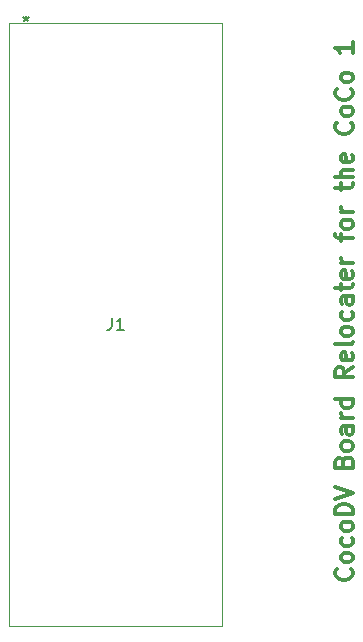
<source format=gto>
G04 #@! TF.GenerationSoftware,KiCad,Pcbnew,(5.1.10)-1*
G04 #@! TF.CreationDate,2022-12-28T22:20:52-05:00*
G04 #@! TF.ProjectId,CocoDvRelocator,436f636f-4476-4526-956c-6f6361746f72,rev?*
G04 #@! TF.SameCoordinates,Original*
G04 #@! TF.FileFunction,Legend,Top*
G04 #@! TF.FilePolarity,Positive*
%FSLAX46Y46*%
G04 Gerber Fmt 4.6, Leading zero omitted, Abs format (unit mm)*
G04 Created by KiCad (PCBNEW (5.1.10)-1) date 2022-12-28 22:20:52*
%MOMM*%
%LPD*%
G01*
G04 APERTURE LIST*
%ADD10C,0.300000*%
%ADD11C,0.120000*%
%ADD12C,0.150000*%
G04 APERTURE END LIST*
D10*
X107535714Y-84821428D02*
X107607142Y-84892857D01*
X107678571Y-85107142D01*
X107678571Y-85250000D01*
X107607142Y-85464285D01*
X107464285Y-85607142D01*
X107321428Y-85678571D01*
X107035714Y-85750000D01*
X106821428Y-85750000D01*
X106535714Y-85678571D01*
X106392857Y-85607142D01*
X106250000Y-85464285D01*
X106178571Y-85250000D01*
X106178571Y-85107142D01*
X106250000Y-84892857D01*
X106321428Y-84821428D01*
X107678571Y-83964285D02*
X107607142Y-84107142D01*
X107535714Y-84178571D01*
X107392857Y-84250000D01*
X106964285Y-84250000D01*
X106821428Y-84178571D01*
X106750000Y-84107142D01*
X106678571Y-83964285D01*
X106678571Y-83750000D01*
X106750000Y-83607142D01*
X106821428Y-83535714D01*
X106964285Y-83464285D01*
X107392857Y-83464285D01*
X107535714Y-83535714D01*
X107607142Y-83607142D01*
X107678571Y-83750000D01*
X107678571Y-83964285D01*
X107607142Y-82178571D02*
X107678571Y-82321428D01*
X107678571Y-82607142D01*
X107607142Y-82750000D01*
X107535714Y-82821428D01*
X107392857Y-82892857D01*
X106964285Y-82892857D01*
X106821428Y-82821428D01*
X106750000Y-82750000D01*
X106678571Y-82607142D01*
X106678571Y-82321428D01*
X106750000Y-82178571D01*
X107678571Y-81321428D02*
X107607142Y-81464285D01*
X107535714Y-81535714D01*
X107392857Y-81607142D01*
X106964285Y-81607142D01*
X106821428Y-81535714D01*
X106750000Y-81464285D01*
X106678571Y-81321428D01*
X106678571Y-81107142D01*
X106750000Y-80964285D01*
X106821428Y-80892857D01*
X106964285Y-80821428D01*
X107392857Y-80821428D01*
X107535714Y-80892857D01*
X107607142Y-80964285D01*
X107678571Y-81107142D01*
X107678571Y-81321428D01*
X107678571Y-80178571D02*
X106178571Y-80178571D01*
X106178571Y-79821428D01*
X106250000Y-79607142D01*
X106392857Y-79464285D01*
X106535714Y-79392857D01*
X106821428Y-79321428D01*
X107035714Y-79321428D01*
X107321428Y-79392857D01*
X107464285Y-79464285D01*
X107607142Y-79607142D01*
X107678571Y-79821428D01*
X107678571Y-80178571D01*
X106178571Y-78892857D02*
X107678571Y-78392857D01*
X106178571Y-77892857D01*
X106892857Y-75750000D02*
X106964285Y-75535714D01*
X107035714Y-75464285D01*
X107178571Y-75392857D01*
X107392857Y-75392857D01*
X107535714Y-75464285D01*
X107607142Y-75535714D01*
X107678571Y-75678571D01*
X107678571Y-76250000D01*
X106178571Y-76250000D01*
X106178571Y-75750000D01*
X106250000Y-75607142D01*
X106321428Y-75535714D01*
X106464285Y-75464285D01*
X106607142Y-75464285D01*
X106750000Y-75535714D01*
X106821428Y-75607142D01*
X106892857Y-75750000D01*
X106892857Y-76250000D01*
X107678571Y-74535714D02*
X107607142Y-74678571D01*
X107535714Y-74750000D01*
X107392857Y-74821428D01*
X106964285Y-74821428D01*
X106821428Y-74750000D01*
X106750000Y-74678571D01*
X106678571Y-74535714D01*
X106678571Y-74321428D01*
X106750000Y-74178571D01*
X106821428Y-74107142D01*
X106964285Y-74035714D01*
X107392857Y-74035714D01*
X107535714Y-74107142D01*
X107607142Y-74178571D01*
X107678571Y-74321428D01*
X107678571Y-74535714D01*
X107678571Y-72750000D02*
X106892857Y-72750000D01*
X106750000Y-72821428D01*
X106678571Y-72964285D01*
X106678571Y-73250000D01*
X106750000Y-73392857D01*
X107607142Y-72750000D02*
X107678571Y-72892857D01*
X107678571Y-73250000D01*
X107607142Y-73392857D01*
X107464285Y-73464285D01*
X107321428Y-73464285D01*
X107178571Y-73392857D01*
X107107142Y-73250000D01*
X107107142Y-72892857D01*
X107035714Y-72750000D01*
X107678571Y-72035714D02*
X106678571Y-72035714D01*
X106964285Y-72035714D02*
X106821428Y-71964285D01*
X106750000Y-71892857D01*
X106678571Y-71750000D01*
X106678571Y-71607142D01*
X107678571Y-70464285D02*
X106178571Y-70464285D01*
X107607142Y-70464285D02*
X107678571Y-70607142D01*
X107678571Y-70892857D01*
X107607142Y-71035714D01*
X107535714Y-71107142D01*
X107392857Y-71178571D01*
X106964285Y-71178571D01*
X106821428Y-71107142D01*
X106750000Y-71035714D01*
X106678571Y-70892857D01*
X106678571Y-70607142D01*
X106750000Y-70464285D01*
X107678571Y-67750000D02*
X106964285Y-68250000D01*
X107678571Y-68607142D02*
X106178571Y-68607142D01*
X106178571Y-68035714D01*
X106250000Y-67892857D01*
X106321428Y-67821428D01*
X106464285Y-67750000D01*
X106678571Y-67750000D01*
X106821428Y-67821428D01*
X106892857Y-67892857D01*
X106964285Y-68035714D01*
X106964285Y-68607142D01*
X107607142Y-66535714D02*
X107678571Y-66678571D01*
X107678571Y-66964285D01*
X107607142Y-67107142D01*
X107464285Y-67178571D01*
X106892857Y-67178571D01*
X106750000Y-67107142D01*
X106678571Y-66964285D01*
X106678571Y-66678571D01*
X106750000Y-66535714D01*
X106892857Y-66464285D01*
X107035714Y-66464285D01*
X107178571Y-67178571D01*
X107678571Y-65607142D02*
X107607142Y-65750000D01*
X107464285Y-65821428D01*
X106178571Y-65821428D01*
X107678571Y-64821428D02*
X107607142Y-64964285D01*
X107535714Y-65035714D01*
X107392857Y-65107142D01*
X106964285Y-65107142D01*
X106821428Y-65035714D01*
X106750000Y-64964285D01*
X106678571Y-64821428D01*
X106678571Y-64607142D01*
X106750000Y-64464285D01*
X106821428Y-64392857D01*
X106964285Y-64321428D01*
X107392857Y-64321428D01*
X107535714Y-64392857D01*
X107607142Y-64464285D01*
X107678571Y-64607142D01*
X107678571Y-64821428D01*
X107607142Y-63035714D02*
X107678571Y-63178571D01*
X107678571Y-63464285D01*
X107607142Y-63607142D01*
X107535714Y-63678571D01*
X107392857Y-63750000D01*
X106964285Y-63750000D01*
X106821428Y-63678571D01*
X106750000Y-63607142D01*
X106678571Y-63464285D01*
X106678571Y-63178571D01*
X106750000Y-63035714D01*
X107678571Y-61750000D02*
X106892857Y-61750000D01*
X106750000Y-61821428D01*
X106678571Y-61964285D01*
X106678571Y-62250000D01*
X106750000Y-62392857D01*
X107607142Y-61750000D02*
X107678571Y-61892857D01*
X107678571Y-62250000D01*
X107607142Y-62392857D01*
X107464285Y-62464285D01*
X107321428Y-62464285D01*
X107178571Y-62392857D01*
X107107142Y-62250000D01*
X107107142Y-61892857D01*
X107035714Y-61750000D01*
X106678571Y-61250000D02*
X106678571Y-60678571D01*
X106178571Y-61035714D02*
X107464285Y-61035714D01*
X107607142Y-60964285D01*
X107678571Y-60821428D01*
X107678571Y-60678571D01*
X107607142Y-59607142D02*
X107678571Y-59750000D01*
X107678571Y-60035714D01*
X107607142Y-60178571D01*
X107464285Y-60250000D01*
X106892857Y-60250000D01*
X106750000Y-60178571D01*
X106678571Y-60035714D01*
X106678571Y-59750000D01*
X106750000Y-59607142D01*
X106892857Y-59535714D01*
X107035714Y-59535714D01*
X107178571Y-60250000D01*
X107678571Y-58892857D02*
X106678571Y-58892857D01*
X106964285Y-58892857D02*
X106821428Y-58821428D01*
X106750000Y-58750000D01*
X106678571Y-58607142D01*
X106678571Y-58464285D01*
X106678571Y-57035714D02*
X106678571Y-56464285D01*
X107678571Y-56821428D02*
X106392857Y-56821428D01*
X106250000Y-56750000D01*
X106178571Y-56607142D01*
X106178571Y-56464285D01*
X107678571Y-55750000D02*
X107607142Y-55892857D01*
X107535714Y-55964285D01*
X107392857Y-56035714D01*
X106964285Y-56035714D01*
X106821428Y-55964285D01*
X106750000Y-55892857D01*
X106678571Y-55750000D01*
X106678571Y-55535714D01*
X106750000Y-55392857D01*
X106821428Y-55321428D01*
X106964285Y-55250000D01*
X107392857Y-55250000D01*
X107535714Y-55321428D01*
X107607142Y-55392857D01*
X107678571Y-55535714D01*
X107678571Y-55750000D01*
X107678571Y-54607142D02*
X106678571Y-54607142D01*
X106964285Y-54607142D02*
X106821428Y-54535714D01*
X106750000Y-54464285D01*
X106678571Y-54321428D01*
X106678571Y-54178571D01*
X106678571Y-52750000D02*
X106678571Y-52178571D01*
X106178571Y-52535714D02*
X107464285Y-52535714D01*
X107607142Y-52464285D01*
X107678571Y-52321428D01*
X107678571Y-52178571D01*
X107678571Y-51678571D02*
X106178571Y-51678571D01*
X107678571Y-51035714D02*
X106892857Y-51035714D01*
X106750000Y-51107142D01*
X106678571Y-51250000D01*
X106678571Y-51464285D01*
X106750000Y-51607142D01*
X106821428Y-51678571D01*
X107607142Y-49750000D02*
X107678571Y-49892857D01*
X107678571Y-50178571D01*
X107607142Y-50321428D01*
X107464285Y-50392857D01*
X106892857Y-50392857D01*
X106750000Y-50321428D01*
X106678571Y-50178571D01*
X106678571Y-49892857D01*
X106750000Y-49750000D01*
X106892857Y-49678571D01*
X107035714Y-49678571D01*
X107178571Y-50392857D01*
X107535714Y-47035714D02*
X107607142Y-47107142D01*
X107678571Y-47321428D01*
X107678571Y-47464285D01*
X107607142Y-47678571D01*
X107464285Y-47821428D01*
X107321428Y-47892857D01*
X107035714Y-47964285D01*
X106821428Y-47964285D01*
X106535714Y-47892857D01*
X106392857Y-47821428D01*
X106250000Y-47678571D01*
X106178571Y-47464285D01*
X106178571Y-47321428D01*
X106250000Y-47107142D01*
X106321428Y-47035714D01*
X107678571Y-46178571D02*
X107607142Y-46321428D01*
X107535714Y-46392857D01*
X107392857Y-46464285D01*
X106964285Y-46464285D01*
X106821428Y-46392857D01*
X106750000Y-46321428D01*
X106678571Y-46178571D01*
X106678571Y-45964285D01*
X106750000Y-45821428D01*
X106821428Y-45750000D01*
X106964285Y-45678571D01*
X107392857Y-45678571D01*
X107535714Y-45750000D01*
X107607142Y-45821428D01*
X107678571Y-45964285D01*
X107678571Y-46178571D01*
X107535714Y-44178571D02*
X107607142Y-44250000D01*
X107678571Y-44464285D01*
X107678571Y-44607142D01*
X107607142Y-44821428D01*
X107464285Y-44964285D01*
X107321428Y-45035714D01*
X107035714Y-45107142D01*
X106821428Y-45107142D01*
X106535714Y-45035714D01*
X106392857Y-44964285D01*
X106250000Y-44821428D01*
X106178571Y-44607142D01*
X106178571Y-44464285D01*
X106250000Y-44250000D01*
X106321428Y-44178571D01*
X107678571Y-43321428D02*
X107607142Y-43464285D01*
X107535714Y-43535714D01*
X107392857Y-43607142D01*
X106964285Y-43607142D01*
X106821428Y-43535714D01*
X106750000Y-43464285D01*
X106678571Y-43321428D01*
X106678571Y-43107142D01*
X106750000Y-42964285D01*
X106821428Y-42892857D01*
X106964285Y-42821428D01*
X107392857Y-42821428D01*
X107535714Y-42892857D01*
X107607142Y-42964285D01*
X107678571Y-43107142D01*
X107678571Y-43321428D01*
X107678571Y-40250000D02*
X107678571Y-41107142D01*
X107678571Y-40678571D02*
X106178571Y-40678571D01*
X106392857Y-40821428D01*
X106535714Y-40964285D01*
X106607142Y-41107142D01*
D11*
X78603000Y-89657000D02*
X96637000Y-89657000D01*
X96637000Y-89657000D02*
X96637000Y-38603000D01*
X96637000Y-38603000D02*
X78603000Y-38603000D01*
X78603000Y-38603000D02*
X78603000Y-89657000D01*
D12*
X87286666Y-63582380D02*
X87286666Y-64296666D01*
X87239047Y-64439523D01*
X87143809Y-64534761D01*
X87000952Y-64582380D01*
X86905714Y-64582380D01*
X88286666Y-64582380D02*
X87715238Y-64582380D01*
X88000952Y-64582380D02*
X88000952Y-63582380D01*
X87905714Y-63725238D01*
X87810476Y-63820476D01*
X87715238Y-63868095D01*
X80000000Y-37991880D02*
X80000000Y-38229976D01*
X79761904Y-38134738D02*
X80000000Y-38229976D01*
X80238095Y-38134738D01*
X79857142Y-38420452D02*
X80000000Y-38229976D01*
X80142857Y-38420452D01*
X80000000Y-37991880D02*
X80000000Y-38229976D01*
X79761904Y-38134738D02*
X80000000Y-38229976D01*
X80238095Y-38134738D01*
X79857142Y-38420452D02*
X80000000Y-38229976D01*
X80142857Y-38420452D01*
M02*

</source>
